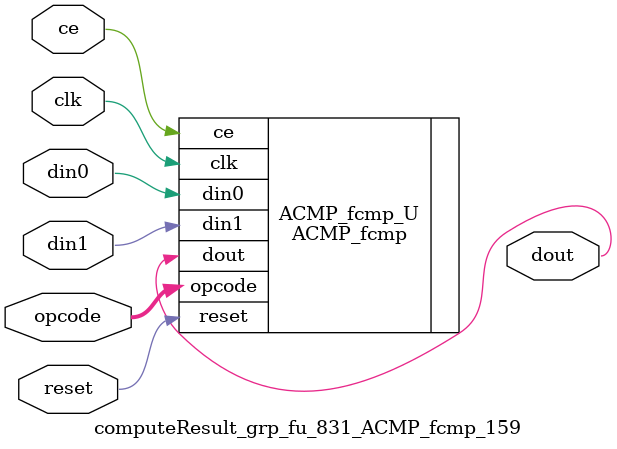
<source format=v>

`timescale 1 ns / 1 ps
module computeResult_grp_fu_831_ACMP_fcmp_159(
    clk,
    reset,
    ce,
    din0,
    din1,
    opcode,
    dout);

parameter ID = 32'd1;
parameter NUM_STAGE = 32'd1;
parameter din0_WIDTH = 32'd1;
parameter din1_WIDTH = 32'd1;
parameter dout_WIDTH = 32'd1;
input clk;
input reset;
input ce;
input[din0_WIDTH - 1:0] din0;
input[din1_WIDTH - 1:0] din1;
input[5 - 1:0] opcode;
output[dout_WIDTH - 1:0] dout;



ACMP_fcmp #(
.ID( ID ),
.NUM_STAGE( 3 ),
.din0_WIDTH( din0_WIDTH ),
.din1_WIDTH( din1_WIDTH ),
.dout_WIDTH( dout_WIDTH ))
ACMP_fcmp_U(
    .clk( clk ),
    .reset( reset ),
    .ce( ce ),
    .din0( din0 ),
    .din1( din1 ),
    .dout( dout ),
    .opcode( opcode ));

endmodule

</source>
